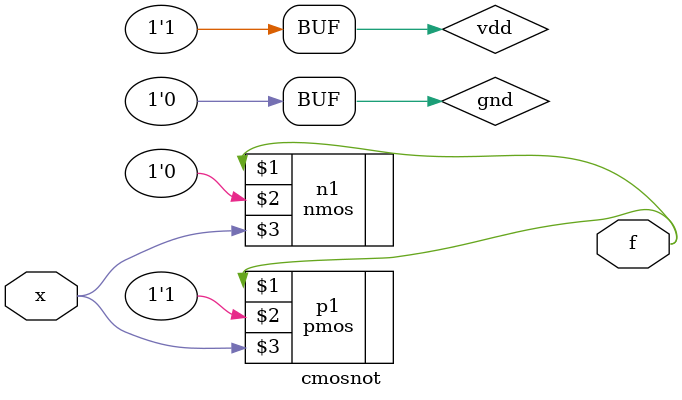
<source format=v>

module cmosnot (x, f);

   input x;
   output f;
   supply1 vdd;
   supply0 gnd;
 
   pmos p1 (f, vdd, x);
   nmos n1 (f, gnd, x);

endmodule
</source>
